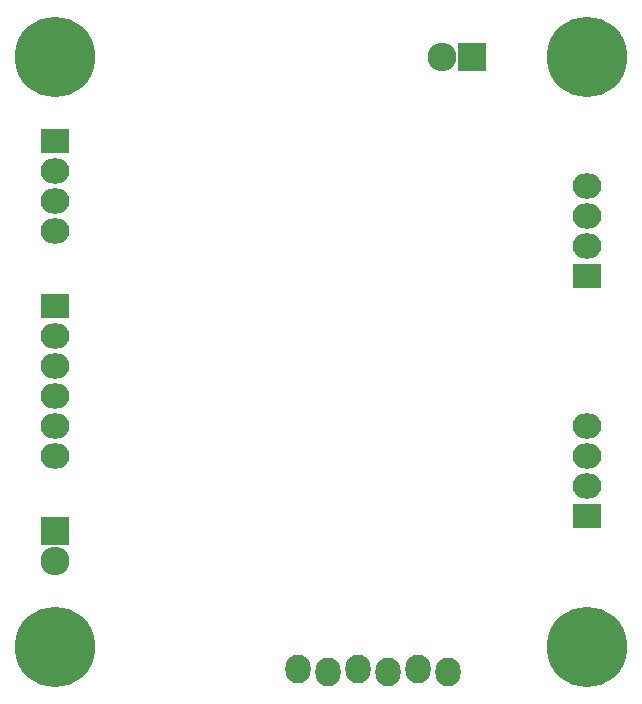
<source format=gbs>
G04 #@! TF.FileFunction,Soldermask,Bot*
%FSLAX46Y46*%
G04 Gerber Fmt 4.6, Leading zero omitted, Abs format (unit mm)*
G04 Created by KiCad (PCBNEW 4.0.6-e0-6349~53~ubuntu16.04.1) date Thu May 25 23:31:25 2017*
%MOMM*%
%LPD*%
G01*
G04 APERTURE LIST*
%ADD10C,0.050000*%
%ADD11C,6.800000*%
%ADD12O,2.127200X2.432000*%
%ADD13R,2.432000X2.127200*%
%ADD14O,2.432000X2.127200*%
%ADD15R,2.432000X2.432000*%
%ADD16O,2.432000X2.432000*%
G04 APERTURE END LIST*
D10*
D11*
X235000000Y-80000000D03*
X190000000Y-80000000D03*
X190000000Y-30000000D03*
X235000000Y-30000000D03*
D12*
X210542000Y-81873000D03*
X213082000Y-82127000D03*
X215622000Y-81873000D03*
X218162000Y-82127000D03*
X220702000Y-81873000D03*
X223242000Y-82127000D03*
D13*
X190000000Y-51145000D03*
D14*
X190000000Y-53685000D03*
X190000000Y-56225000D03*
X190000000Y-58765000D03*
X190000000Y-61305000D03*
X190000000Y-63845000D03*
D13*
X235000000Y-48620000D03*
D14*
X235000000Y-46080000D03*
X235000000Y-43540000D03*
X235000000Y-41000000D03*
D13*
X235000000Y-68925000D03*
D14*
X235000000Y-66385000D03*
X235000000Y-63845000D03*
X235000000Y-61305000D03*
D13*
X190000000Y-37175000D03*
D14*
X190000000Y-39715000D03*
X190000000Y-42255000D03*
X190000000Y-44795000D03*
D15*
X225250000Y-30000000D03*
D16*
X222710000Y-30000000D03*
D15*
X190000000Y-70195000D03*
D16*
X190000000Y-72735000D03*
M02*

</source>
